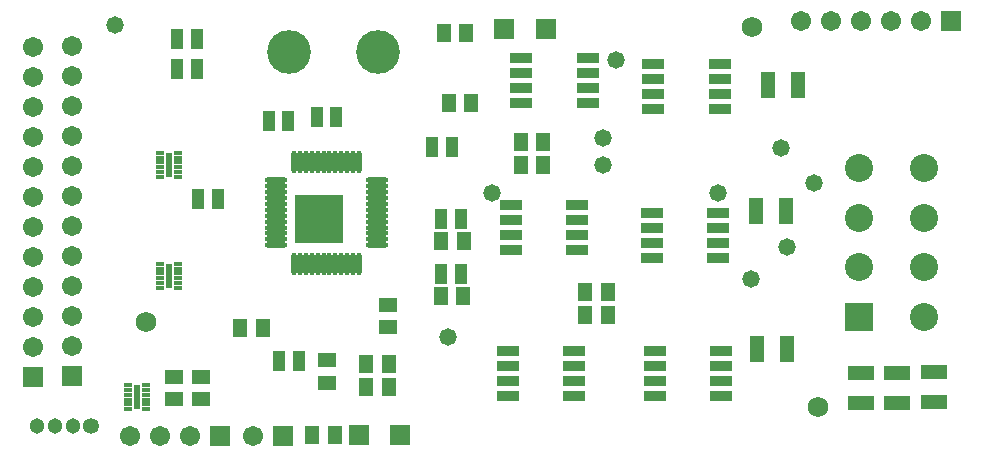
<source format=gts>
%FSTAX23Y23*%
%MOIN*%
%SFA1B1*%

%IPPOS*%
%ADD28R,0.160000X0.160000*%
%ADD29R,0.063000X0.048000*%
%ADD30R,0.027560X0.011810*%
%ADD31R,0.023750X0.078870*%
%ADD32R,0.067060X0.067060*%
%ADD33R,0.048000X0.063000*%
%ADD34R,0.076900X0.033590*%
%ADD35R,0.044000X0.065000*%
%ADD36R,0.086740X0.051310*%
%ADD37R,0.051310X0.086740*%
%ADD38O,0.074930X0.019810*%
%ADD39O,0.019810X0.074930*%
%ADD40C,0.068000*%
%ADD41R,0.067060X0.067060*%
%ADD42C,0.067060*%
%ADD43C,0.145800*%
%ADD44C,0.051310*%
%ADD45C,0.053280*%
%ADD46R,0.093630X0.093630*%
%ADD47C,0.093630*%
%ADD48C,0.058000*%
%LN3phasedriver-1*%
%LPD*%
G54D28*
X039Y0329D03*
G54D29*
X03505Y02762D03*
Y02688D03*
X03415Y02762D03*
Y02688D03*
X03925Y02817D03*
Y02743D03*
X0413Y03002D03*
Y02928D03*
G54D30*
X03322Y02718D03*
Y02734D03*
Y02702D03*
Y02686D03*
Y02671D03*
Y02655D03*
X03263D03*
Y02671D03*
Y02686D03*
Y02702D03*
Y02734D03*
Y02718D03*
X03429Y03076D03*
Y0306D03*
Y03092D03*
Y03108D03*
Y03123D03*
Y03139D03*
X0337D03*
Y03123D03*
Y03108D03*
Y03092D03*
Y0306D03*
Y03076D03*
X03429Y03446D03*
Y0343D03*
Y03462D03*
Y03478D03*
Y03493D03*
Y03509D03*
X0337D03*
Y03493D03*
Y03478D03*
Y03462D03*
Y0343D03*
Y03446D03*
G54D31*
X03293Y02695D03*
X034Y031D03*
Y0347D03*
G54D32*
X04517Y03921D03*
X04655D03*
X04033Y0257D03*
X04171D03*
X0357Y02565D03*
X06005Y0395D03*
X0378Y02565D03*
G54D33*
X04391Y0391D03*
X04317D03*
X03952Y0257D03*
X03878D03*
X03712Y02926D03*
X03638D03*
X04407Y03675D03*
X04333D03*
X04647Y03545D03*
X04573D03*
X04382Y03215D03*
X04308D03*
X04647Y0347D03*
X04573D03*
X04379Y03031D03*
X04305D03*
X04862Y0297D03*
X04788D03*
Y03046D03*
X04862D03*
X04058Y02805D03*
X04132D03*
X04058Y0273D03*
X04132D03*
G54D34*
X0523Y0316D03*
Y0321D03*
Y0326D03*
Y0331D03*
X05009Y0316D03*
Y0321D03*
Y0326D03*
Y0331D03*
X04574Y03825D03*
Y03775D03*
Y03725D03*
Y03675D03*
X04795Y03825D03*
Y03775D03*
Y03725D03*
Y03675D03*
X05014Y03805D03*
Y03755D03*
Y03705D03*
Y03655D03*
X05235Y03805D03*
Y03755D03*
Y03705D03*
Y03655D03*
X04539Y03335D03*
Y03285D03*
Y03235D03*
Y03185D03*
X0476Y03335D03*
Y03285D03*
Y03235D03*
Y03185D03*
X04529Y0285D03*
Y028D03*
Y0275D03*
Y027D03*
X0475Y0285D03*
Y028D03*
Y0275D03*
Y027D03*
X05019Y0285D03*
Y028D03*
Y0275D03*
Y027D03*
X0524Y0285D03*
Y028D03*
Y0275D03*
Y027D03*
G54D35*
X03498Y03355D03*
X03562D03*
X03428Y0389D03*
X03492D03*
X03428Y0379D03*
X03492D03*
X03733Y03615D03*
X03797D03*
X03893Y0363D03*
X03957D03*
X04278Y0353D03*
X04342D03*
X04308Y0329D03*
X04372D03*
X04308Y03104D03*
X04372D03*
X03768Y02815D03*
X03832D03*
G54D36*
X05705Y02675D03*
Y02775D03*
X0595Y0268D03*
Y0278D03*
X05825Y02675D03*
Y02775D03*
G54D37*
X05395Y03735D03*
X05495D03*
X0536Y02855D03*
X0546D03*
X05355Y03315D03*
X05455D03*
G54D38*
X03755Y03418D03*
Y03398D03*
Y03378D03*
Y03359D03*
Y03339D03*
Y03319D03*
Y033D03*
Y0328D03*
Y0326D03*
Y03241D03*
Y03221D03*
Y03201D03*
X04094D03*
Y03221D03*
Y03241D03*
Y0326D03*
Y0328D03*
Y033D03*
Y03319D03*
Y03339D03*
Y03359D03*
Y03378D03*
Y03398D03*
Y03418D03*
G54D39*
X03816Y0314D03*
X03836D03*
X03856D03*
X03875D03*
X03895D03*
X03915D03*
X03934D03*
X03954D03*
X03974D03*
X03993D03*
X04013D03*
X04033D03*
Y03479D03*
X04013D03*
X03993D03*
X03974D03*
X03954D03*
X03934D03*
X03915D03*
X03895D03*
X03875D03*
X03856D03*
X03836D03*
X03816D03*
G54D40*
X03322Y02944D03*
X05562Y02661D03*
X05343Y03929D03*
G54D41*
X02948Y02763D03*
X03075Y02765D03*
G54D42*
X02948Y02863D03*
Y02963D03*
Y03063D03*
Y03163D03*
Y03263D03*
Y03363D03*
Y03463D03*
Y03563D03*
Y03663D03*
Y03763D03*
Y03863D03*
X0347Y02565D03*
X0337D03*
X0327D03*
X05505Y0395D03*
X05605D03*
X05705D03*
X05805D03*
X05905D03*
X0368Y02565D03*
X03075Y03865D03*
Y03765D03*
Y03665D03*
Y03565D03*
Y03465D03*
Y03365D03*
Y03265D03*
Y03165D03*
Y03065D03*
Y02965D03*
Y02865D03*
G54D43*
X04095Y03845D03*
X038D03*
G54D44*
X0296Y026D03*
X0302D03*
X0308D03*
G54D45*
X03139Y026D03*
G54D46*
X05701Y02961D03*
G54D47*
X05701Y03127D03*
Y03292D03*
Y03458D03*
X05918Y02961D03*
Y03127D03*
Y03292D03*
Y03458D03*
G54D48*
X0322Y03935D03*
X04845Y03468D03*
Y0356D03*
X0534Y0309D03*
X0433Y02895D03*
X0555Y03408D03*
X0544Y03526D03*
X0546Y03195D03*
X0489Y0382D03*
X0523Y03375D03*
X04475D03*
M02*
</source>
